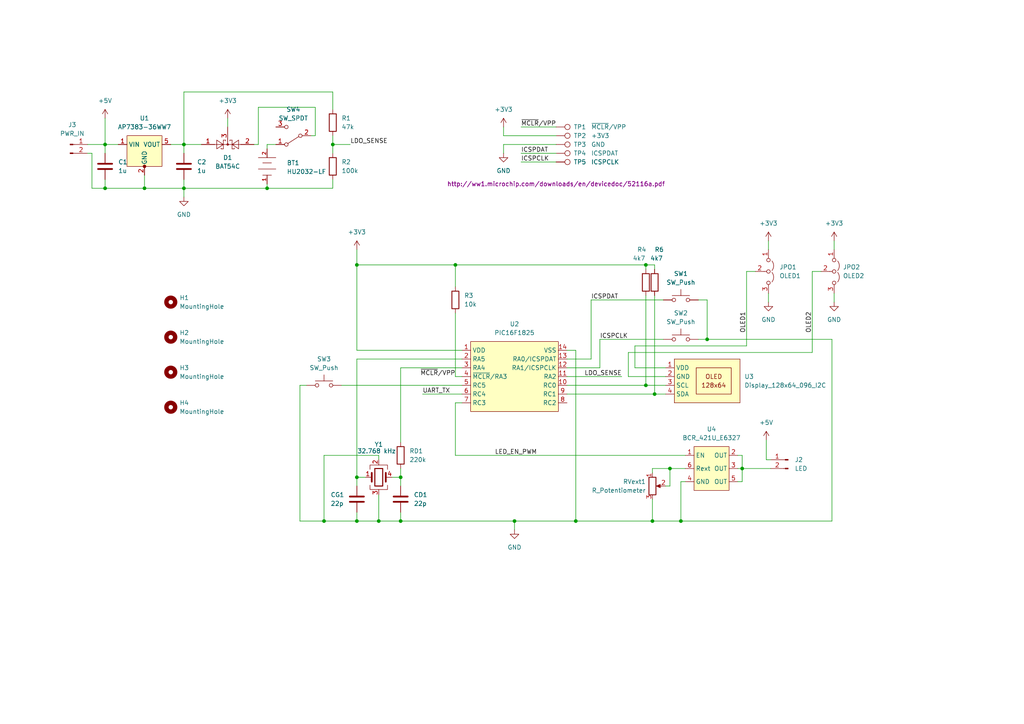
<source format=kicad_sch>
(kicad_sch (version 20211123) (generator eeschema)
  (paper "A4")
  (title_block (title "LED Timer") (date "2022-12-12") (rev "1.0") (company "github.com/tomikaa87"))
  (lib_symbols
    (symbol "Connector:Conn_01x02_Male" (pin_names (offset 1.016) hide)
      (property "Reference" "J" (at 0 2.54 0))
      (property "Value" "Conn_01x02_Male" (at 0 -5.08 0))
      (symbol "Conn_01x02_Male_1_1"
        (polyline (pts (xy 1.27 -2.54) (xy 0.8636 -2.54)) (stroke (width 0.1524)))
        (polyline (pts (xy 1.27 0) (xy 0.8636 0)) (stroke (width 0.1524)))
        (rectangle (start 0.8636 -2.413) (end 0 -2.667) (stroke (width 0.1524)) (fill (type outline)))
        (rectangle (start 0.8636 0.127) (end 0 -0.127) (stroke (width 0.1524)) (fill (type outline)))
        (pin passive line (at 5.08 0 180) (length 3.81) (name "Pin_1") (number "1"))
        (pin passive line (at 5.08 -2.54 180) (length 3.81) (name "Pin_2") (number "2"))
      )
    )
    (symbol "Connector:TestPoint" (pin_numbers hide) (pin_names (offset 0.762) hide)
      (property "Reference" "TP" (at 0 6.858 0))
      (property "Value" "TestPoint" (at 0 5.08 0))
      (symbol "TestPoint_0_1"
        (circle (center 0 3.302) (radius 0.762))
      )
      (symbol "TestPoint_1_1"
        (pin passive line (at 0 0 90) (length 2.54) (name "1") (number "1"))
      )
    )
    (symbol "Device:C" (pin_numbers hide) (pin_names (offset 0.254))
      (property "Reference" "C" (at 0.635 2.54 0))
      (property "Value" "C" (at 0.635 -2.54 0))
      (symbol "C_0_1"
        (polyline (pts (xy -2.032 -0.762) (xy 2.032 -0.762)) (stroke (width 0.508)))
        (polyline (pts (xy -2.032 0.762) (xy 2.032 0.762)) (stroke (width 0.508)))
      )
      (symbol "C_1_1"
        (pin passive line (at 0 3.81 270) (length 2.794) (name "~") (number "1"))
        (pin passive line (at 0 -3.81 90) (length 2.794) (name "~") (number "2"))
      )
    )
    (symbol "Device:Crystal_GND23" (pin_names (offset 1.016) hide)
      (property "Reference" "Y" (at 3.175 5.08 0))
      (property "Value" "Crystal_GND23" (at 3.175 3.175 0))
      (symbol "Crystal_GND23_0_1"
        (rectangle (start -1.143 2.54) (end 1.143 -2.54) (stroke (width 0.3048)))
        (polyline (pts (xy -2.54 0) (xy -2.032 0)))
        (polyline (pts (xy -2.032 -1.27) (xy -2.032 1.27)) (stroke (width 0.508)))
        (polyline (pts (xy 0 -3.81) (xy 0 -3.556)))
        (polyline (pts (xy 0 3.556) (xy 0 3.81)))
        (polyline (pts (xy 2.032 -1.27) (xy 2.032 1.27)) (stroke (width 0.508)))
        (polyline (pts (xy 2.032 0) (xy 2.54 0)))
        (polyline (pts (xy -2.54 -2.286) (xy -2.54 -3.556) (xy 2.54 -3.556) (xy 2.54 -2.286)))
        (polyline (pts (xy -2.54 2.286) (xy -2.54 3.556) (xy 2.54 3.556) (xy 2.54 2.286)))
      )
      (symbol "Crystal_GND23_1_1"
        (pin passive line (at -3.81 0 0) (length 1.27) (name "1") (number "1"))
        (pin passive line (at 0 5.08 270) (length 1.27) (name "2") (number "2"))
        (pin passive line (at 0 -5.08 90) (length 1.27) (name "3") (number "3"))
        (pin passive line (at 3.81 0 180) (length 1.27) (name "4") (number "4"))
      )
    )
    (symbol "Device:R" (pin_numbers hide) (pin_names (offset 0))
      (property "Reference" "R" (at 2.032 0 90))
      (property "Value" "R" (at 0 0 90))
      (symbol "R_0_1"
        (rectangle (start -1.016 -2.54) (end 1.016 2.54) (stroke (width 0.254)))
      )
      (symbol "R_1_1"
        (pin passive line (at 0 3.81 270) (length 1.27) (name "~") (number "1"))
        (pin passive line (at 0 -3.81 90) (length 1.27) (name "~") (number "2"))
      )
    )
    (symbol "Device:R_Potentiometer" (pin_names (offset 1.016) hide)
      (property "Reference" "RV" (at -4.445 0 90))
      (property "Value" "R_Potentiometer" (at -2.54 0 90))
      (symbol "R_Potentiometer_0_1"
        (polyline (pts (xy 2.54 0) (xy 1.524 0)))
        (polyline (pts (xy 1.143 0) (xy 2.286 0.508) (xy 2.286 -0.508) (xy 1.143 0)) (fill (type outline)))
        (rectangle (start 1.016 2.54) (end -1.016 -2.54) (stroke (width 0.254)))
      )
      (symbol "R_Potentiometer_1_1"
        (pin passive line (at 0 3.81 270) (length 1.27) (name "1") (number "1"))
        (pin passive line (at 3.81 0 180) (length 1.27) (name "2") (number "2"))
        (pin passive line (at 0 -3.81 90) (length 1.27) (name "3") (number "3"))
      )
    )
    (symbol "Diode:BAT54C" (pin_names (offset 1.016))
      (property "Reference" "D" (at 0.635 -3.81 0))
      (property "Value" "BAT54C" (at -6.35 3.175 0))
      (symbol "BAT54C_0_1"
        (polyline (pts (xy -1.905 0) (xy 1.905 0)))
        (polyline (pts (xy -1.905 1.27) (xy -1.905 1.016)))
        (polyline (pts (xy -1.27 -1.27) (xy -0.635 -1.27)))
        (polyline (pts (xy -1.27 0) (xy -3.81 0)))
        (polyline (pts (xy -1.27 1.27) (xy -1.905 1.27)))
        (polyline (pts (xy -1.27 1.27) (xy -1.27 -1.27)))
        (polyline (pts (xy -0.635 -1.27) (xy -0.635 -1.016)))
        (polyline (pts (xy 0.635 -1.27) (xy 0.635 -1.016)))
        (polyline (pts (xy 1.27 -1.27) (xy 0.635 -1.27)))
        (polyline (pts (xy 1.27 1.27) (xy 1.27 -1.27)))
        (polyline (pts (xy 1.27 1.27) (xy 1.905 1.27)))
        (polyline (pts (xy 1.905 1.27) (xy 1.905 1.016)))
        (polyline (pts (xy 3.81 0) (xy 1.27 0)))
        (polyline (pts (xy -3.175 -1.27) (xy -3.175 1.27) (xy -1.27 0) (xy -3.175 -1.27)))
        (polyline (pts (xy 3.175 -1.27) (xy 3.175 1.27) (xy 1.27 0) (xy 3.175 -1.27)))
        (circle (center 0 0) (radius 0.254) (fill (type outline)))
      )
      (symbol "BAT54C_1_1"
        (pin passive line (at -7.62 0 0) (length 3.81) (name "~") (number "1"))
        (pin passive line (at 7.62 0 180) (length 3.81) (name "~") (number "2"))
        (pin passive line (at 0 -5.08 90) (length 5.08) (name "~") (number "3"))
      )
    )
    (symbol "Jumper:Jumper_3_Open" (pin_names (offset 0) hide)
      (property "Reference" "JP" (at -2.54 -2.54 0))
      (property "Value" "Jumper_3_Open" (at 0 2.794 0))
      (symbol "Jumper_3_Open_0_0"
        (circle (center -3.302 0) (radius 0.508))
        (circle (center 0 0) (radius 0.508))
        (circle (center 3.302 0) (radius 0.508))
      )
      (symbol "Jumper_3_Open_0_1"
        (arc (start -0.254 1.016) (mid -1.651 1.4992) (end -3.048 1.016))
        (polyline (pts (xy 0 -0.508) (xy 0 -1.27)))
        (arc (start 3.048 1.016) (mid 1.651 1.4992) (end 0.254 1.016))
      )
      (symbol "Jumper_3_Open_1_1"
        (pin passive line (at -6.35 0 0) (length 2.54) (name "A") (number "1"))
        (pin passive line (at 0 -3.81 90) (length 2.54) (name "C") (number "2"))
        (pin passive line (at 6.35 0 180) (length 2.54) (name "B") (number "3"))
      )
    )
    (symbol "LEDTimer:AP7383-36WW7"
      (property "Reference" "U" (at -2.54 17.78 0))
      (property "Value" "AP7383-36WW7" (at -2.54 15.24 0))
      (symbol "AP7383-36WW7_0_1"
        (rectangle (start -7.62 13.97) (end 2.54 5.08) (fill (type background)))
        (rectangle (start -2.54 5.08) (end -2.54 5.08) (stroke (width 1)) (fill (type background)))
        (circle (center -2.54 5.08) (radius 0.0001))
      )
      (symbol "AP7383-36WW7_1_1"
        (pin power_in line (at -10.16 11.43 0) (length 2.54) (name "VIN") (number "1"))
        (pin power_out line (at -2.54 2.54 90) (length 2.54) (name "GND") (number "2"))
        (pin power_out line (at 5.08 11.43 180) (length 2.54) (name "VOUT") (number "5"))
      )
    )
    (symbol "LEDTimer:BCR_421U_E6327"
      (property "Reference" "U" (at -3.81 7.62 0))
      (property "Value" "BCR_421U_E6327" (at 0 -8.89 0))
      (symbol "BCR_421U_E6327_0_0"
        (rectangle (start -5.08 6.35) (end 5.08 -6.35) (fill (type background)))
      )
      (symbol "BCR_421U_E6327_1_1"
        (pin input line (at -7.62 3.81 0) (length 2.54) (name "EN") (number "1"))
        (pin power_out line (at 7.62 3.81 180) (length 2.54) (name "OUT") (number "2"))
        (pin power_out line (at 7.62 0 180) (length 2.54) (name "OUT") (number "3"))
        (pin power_out line (at -7.62 -3.81 0) (length 2.54) (name "GND") (number "4"))
        (pin power_out line (at 7.62 -3.81 180) (length 2.54) (name "OUT") (number "5"))
        (pin passive line (at -7.62 0 0) (length 2.54) (name "Rext") (number "6"))
      )
    )
    (symbol "LEDTimer:Display_128x64_096_I2C"
      (property "Reference" "U" (at -7.62 7.62 0))
      (property "Value" "Display_128x64_096_I2C" (at 1.27 -8.89 0))
      (symbol "Display_128x64_096_I2C_0_0"
        (text "128x64" (at 2.54 -1.27 0) (effects (font (size 1.27 1.27))))
        (text "OLED" (at 2.54 1.27 0) (effects (font (size 1.27 1.27))))
      )
      (symbol "Display_128x64_096_I2C_0_1"
        (rectangle (start -8.89 6.35) (end 10.16 -6.35) (fill (type background)))
        (rectangle (start -2.54 3.81) (end 7.62 -3.81))
      )
      (symbol "Display_128x64_096_I2C_1_1"
        (pin power_in line (at -11.43 3.81 0) (length 2.54) (name "VDD") (number "1"))
        (pin power_out line (at -11.43 1.27 0) (length 2.54) (name "GND") (number "2"))
        (pin bidirectional line (at -11.43 -1.27 0) (length 2.54) (name "SCL") (number "3"))
        (pin bidirectional line (at -11.43 -3.81 0) (length 2.54) (name "SDA") (number "4"))
      )
    )
    (symbol "LEDTimer:PIC16F1825"
      (property "Reference" "U" (at -11.43 11.43 0))
      (property "Value" "PIC16F1825" (at 6.35 11.43 0))
      (symbol "PIC16F1825_0_1"
        (rectangle (start -12.7 10.16) (end 12.7 -10.16) (fill (type background)))
      )
      (symbol "PIC16F1825_1_1"
        (pin input line (at -15.24 7.62 0) (length 2.54) (name "VDD") (number "1"))
        (pin bidirectional line (at 15.24 -2.54 180) (length 2.54) (name "RC0") (number "10"))
        (pin bidirectional line (at 15.24 0 180) (length 2.54) (name "RA2") (number "11"))
        (pin bidirectional line (at 15.24 2.54 180) (length 2.54) (name "RA1/ICSPCLK") (number "12"))
        (pin bidirectional line (at 15.24 5.08 180) (length 2.54) (name "RA0/ICSPDAT") (number "13"))
        (pin input line (at 15.24 7.62 180) (length 2.54) (name "VSS") (number "14"))
        (pin bidirectional line (at -15.24 5.08 0) (length 2.54) (name "RA5") (number "2"))
        (pin bidirectional line (at -15.24 2.54 0) (length 2.54) (name "RA4") (number "3"))
        (pin input line (at -15.24 0 0) (length 2.54) (name "~{MCLR}/RA3") (number "4"))
        (pin bidirectional line (at -15.24 -2.54 0) (length 2.54) (name "RC5") (number "5"))
        (pin bidirectional line (at -15.24 -5.08 0) (length 2.54) (name "RC4") (number "6"))
        (pin bidirectional line (at -15.24 -7.62 0) (length 2.54) (name "RC3") (number "7"))
        (pin bidirectional line (at 15.24 -7.62 180) (length 2.54) (name "RC2") (number "8"))
        (pin bidirectional line (at 15.24 -5.08 180) (length 2.54) (name "RC1") (number "9"))
      )
    )
    (symbol "Mechanical:MountingHole" (pin_names (offset 1.016))
      (property "Reference" "H" (at 0 5.08 0))
      (property "Value" "MountingHole" (at 0 3.175 0))
      (symbol "MountingHole_0_1"
        (circle (center 0 0) (radius 1.27) (stroke (width 1.27)))
      )
    )
    (symbol "Renata HU2032LF:HU2032-LF" (pin_names (offset 1.016))
      (property "Reference" "BT" (at 0 0 0))
      (property "Value" "HU2032-LF" (at 0 2.54 0))
      (symbol "HU2032-LF_1_0"
        (text "+" (at 2.54 -3.048 1) (effects (font (size 1.524 1.524))))
        (text "-" (at 3.81 -12.7 0) (effects (font (size 1.524 1.524))))
      )
      (symbol "HU2032-LF_1_1"
        (polyline (pts (xy 1.27 -10.16) (xy -1.27 -10.16)))
        (polyline (pts (xy 1.27 -6.604) (xy -1.27 -6.604)))
        (polyline (pts (xy 2.54 -8.382) (xy -2.54 -8.382)))
        (polyline (pts (xy 2.54 -5.08) (xy -2.54 -5.08)))
        (pin passive line (at 0 -12.7 90) (length 2.54) (name "CATHODE") (number "1"))
        (pin passive line (at 0 -2.54 270) (length 2.54) (name "ANODE") (number "2"))
      )
    )
    (symbol "Switch:SW_Push" (pin_numbers hide) (pin_names (offset 1.016) hide)
      (property "Reference" "SW" (at 1.27 2.54 0))
      (property "Value" "SW_Push" (at 0 -1.524 0))
      (symbol "SW_Push_0_1"
        (circle (center -2.032 0) (radius 0.508))
        (polyline (pts (xy 0 1.27) (xy 0 3.048)))
        (polyline (pts (xy 2.54 1.27) (xy -2.54 1.27)))
        (circle (center 2.032 0) (radius 0.508))
        (pin passive line (at -5.08 0 0) (length 2.54) (name "1") (number "1"))
        (pin passive line (at 5.08 0 180) (length 2.54) (name "2") (number "2"))
      )
    )
    (symbol "Switch:SW_SPDT" (pin_names (offset 0) hide)
      (property "Reference" "SW" (at 0 4.318 0))
      (property "Value" "SW_SPDT" (at 0 -5.08 0))
      (symbol "SW_SPDT_0_0"
        (circle (center -2.032 0) (radius 0.508))
        (circle (center 2.032 -2.54) (radius 0.508))
      )
      (symbol "SW_SPDT_0_1"
        (polyline (pts (xy -1.524 0.254) (xy 1.651 2.286)))
        (circle (center 2.032 2.54) (radius 0.508))
      )
      (symbol "SW_SPDT_1_1"
        (pin passive line (at 5.08 2.54 180) (length 2.54) (name "A") (number "1"))
        (pin passive line (at -5.08 0 0) (length 2.54) (name "B") (number "2"))
        (pin passive line (at 5.08 -2.54 180) (length 2.54) (name "C") (number "3"))
      )
    )
    (symbol "power:+3V3" (power) (pin_names (offset 0))
      (property "Value" "+3V3" (at 0 3.556 0))
      (symbol "+3V3_0_1"
        (polyline (pts (xy -0.762 1.27) (xy 0 2.54)))
        (polyline (pts (xy 0 0) (xy 0 2.54)))
        (polyline (pts (xy 0 2.54) (xy 0.762 1.27)))
      )
      (symbol "+3V3_1_1"
        (pin power_in line (at 0 0 90) (length 0) hide (name "+3V3") (number "1"))
      )
    )
    (symbol "power:+5V" (power) (pin_names (offset 0))
      (property "Value" "+5V" (at 0 3.556 0))
      (symbol "+5V_0_1"
        (polyline (pts (xy -0.762 1.27) (xy 0 2.54)))
        (polyline (pts (xy 0 0) (xy 0 2.54)))
        (polyline (pts (xy 0 2.54) (xy 0.762 1.27)))
      )
      (symbol "+5V_1_1"
        (pin power_in line (at 0 0 90) (length 0) hide (name "+5V") (number "1"))
      )
    )
    (symbol "power:GND" (power) (pin_names (offset 0))
      (property "Value" "GND" (at 0 -3.81 0))
      (symbol "GND_0_1"
        (polyline (pts (xy 0 0) (xy 0 -1.27) (xy 1.27 -1.27) (xy 0 -2.54) (xy -1.27 -1.27) (xy 0 -1.27)))
      )
      (symbol "GND_1_1"
        (pin power_in line (at 0 0 270) (length 0) hide (name "GND") (number "1"))
      )
    )
  )
  (junction (at 187.325 111.76))
  (junction (at 189.865 114.3))
  (junction (at 30.48 54.61))
  (junction (at 30.48 41.91))
  (junction (at 93.98 151.13))
  (junction (at 187.325 76.835))
  (junction (at 109.855 151.13))
  (junction (at 53.34 41.91))
  (junction (at 103.505 76.835))
  (junction (at 103.505 138.43))
  (junction (at 53.34 54.61))
  (junction (at 205.105 98.425))
  (junction (at 116.205 151.13))
  (junction (at 194.31 135.89))
  (junction (at 77.47 54.61))
  (junction (at 189.23 151.13))
  (junction (at 215.265 135.89))
  (junction (at 103.505 151.13))
  (junction (at 149.225 151.13))
  (junction (at 116.205 138.43))
  (junction (at 167.005 151.13))
  (junction (at 41.91 54.61))
  (junction (at 96.52 41.91))
  (junction (at 132.08 76.835))
  (junction (at 197.485 151.13))
  (wire (pts (xy 53.34 26.67) (xy 53.34 41.91)))
  (wire (pts (xy 74.93 41.91) (xy 73.66 41.91)))
  (wire (pts (xy 96.52 41.91) (xy 101.6 41.91)))
  (wire (pts (xy 116.205 151.13) (xy 149.225 151.13)))
  (wire (pts (xy 30.48 54.61) (xy 41.91 54.61)))
  (wire (pts (xy 96.52 26.67) (xy 53.34 26.67)))
  (wire (pts (xy 91.44 31.115) (xy 74.93 31.115)))
  (wire (pts (xy 132.08 76.835) (xy 132.08 83.185)))
  (wire (pts (xy 197.485 151.13) (xy 197.485 139.7)))
  (wire (pts (xy 241.3 98.425) (xy 241.3 151.13)))
  (wire (pts (xy 77.47 41.91) (xy 77.47 43.18)))
  (wire (pts (xy 88.9 111.76) (xy 86.995 111.76)))
  (wire (pts (xy 133.985 104.14) (xy 103.505 104.14)))
  (wire (pts (xy 198.755 135.89) (xy 194.31 135.89)))
  (wire (pts (xy 25.4 41.91) (xy 30.48 41.91)))
  (wire (pts (xy 99.06 111.76) (xy 133.985 111.76)))
  (wire (pts (xy 86.995 151.13) (xy 93.98 151.13)))
  (wire (pts (xy 146.05 41.91) (xy 161.29 41.91)))
  (wire (pts (xy 91.44 39.37) (xy 91.44 31.115)))
  (wire (pts (xy 164.465 101.6) (xy 167.005 101.6)))
  (wire (pts (xy 222.885 85.09) (xy 222.885 87.63)))
  (wire (pts (xy 53.34 41.91) (xy 58.42 41.91)))
  (wire (pts (xy 202.565 98.425) (xy 205.105 98.425)))
  (wire (pts (xy 132.08 90.805) (xy 132.08 109.22)))
  (wire (pts (xy 132.08 132.08) (xy 198.755 132.08)))
  (wire (pts (xy 113.665 138.43) (xy 116.205 138.43)))
  (wire (pts (xy 30.48 52.07) (xy 30.48 54.61)))
  (wire (pts (xy 53.34 52.07) (xy 53.34 54.61)))
  (wire (pts (xy 41.91 54.61) (xy 53.34 54.61)))
  (wire (pts (xy 205.105 98.425) (xy 241.3 98.425)))
  (wire (pts (xy 222.25 133.35) (xy 223.52 133.35)))
  (wire (pts (xy 189.23 135.89) (xy 189.23 137.16)))
  (wire (pts (xy 219.075 78.74) (xy 216.535 78.74)))
  (wire (pts (xy 93.98 132.08) (xy 93.98 151.13)))
  (wire (pts (xy 215.265 132.08) (xy 215.265 135.89)))
  (wire (pts (xy 30.48 34.29) (xy 30.48 41.91)))
  (wire (pts (xy 77.47 54.61) (xy 96.52 54.61)))
  (wire (pts (xy 53.34 54.61) (xy 53.34 57.15)))
  (wire (pts (xy 235.585 78.74) (xy 235.585 102.235)))
  (wire (pts (xy 187.325 76.835) (xy 189.865 76.835)))
  (wire (pts (xy 151.13 44.45) (xy 161.29 44.45)))
  (wire (pts (xy 86.995 111.76) (xy 86.995 151.13)))
  (wire (pts (xy 164.465 114.3) (xy 189.865 114.3)))
  (wire (pts (xy 80.01 41.91) (xy 77.47 41.91)))
  (wire (pts (xy 53.34 54.61) (xy 77.47 54.61)))
  (wire (pts (xy 189.23 151.13) (xy 197.485 151.13)))
  (wire (pts (xy 116.205 106.68) (xy 116.205 128.27)))
  (wire (pts (xy 53.34 41.91) (xy 53.34 44.45)))
  (wire (pts (xy 213.995 135.89) (xy 215.265 135.89)))
  (wire (pts (xy 187.325 85.725) (xy 187.325 111.76)))
  (wire (pts (xy 74.93 31.115) (xy 74.93 41.91)))
  (wire (pts (xy 164.465 109.22) (xy 180.34 109.22)))
  (wire (pts (xy 103.505 151.13) (xy 109.855 151.13)))
  (wire (pts (xy 182.245 102.235) (xy 182.245 109.22)))
  (wire (pts (xy 205.105 86.995) (xy 205.105 98.425)))
  (wire (pts (xy 238.125 78.74) (xy 235.585 78.74)))
  (wire (pts (xy 189.865 85.725) (xy 189.865 114.3)))
  (wire (pts (xy 164.465 104.14) (xy 171.45 104.14)))
  (wire (pts (xy 25.4 44.45) (xy 26.67 44.45)))
  (wire (pts (xy 146.05 41.91) (xy 146.05 44.45)))
  (wire (pts (xy 193.04 140.97) (xy 194.31 140.97)))
  (wire (pts (xy 90.17 39.37) (xy 91.44 39.37)))
  (wire (pts (xy 103.505 76.835) (xy 132.08 76.835)))
  (wire (pts (xy 103.505 138.43) (xy 103.505 140.97)))
  (wire (pts (xy 30.48 41.91) (xy 34.29 41.91)))
  (wire (pts (xy 109.855 143.51) (xy 109.855 151.13)))
  (wire (pts (xy 132.08 116.84) (xy 133.985 116.84)))
  (wire (pts (xy 164.465 111.76) (xy 187.325 111.76)))
  (wire (pts (xy 26.67 54.61) (xy 30.48 54.61)))
  (wire (pts (xy 241.935 85.09) (xy 241.935 87.63)))
  (wire (pts (xy 173.99 106.68) (xy 173.99 98.425)))
  (wire (pts (xy 193.04 106.68) (xy 184.15 106.68)))
  (wire (pts (xy 93.98 151.13) (xy 103.505 151.13)))
  (wire (pts (xy 109.855 132.08) (xy 93.98 132.08)))
  (wire (pts (xy 122.555 114.3) (xy 133.985 114.3)))
  (wire (pts (xy 173.99 98.425) (xy 192.405 98.425)))
  (wire (pts (xy 41.91 50.8) (xy 41.91 54.61)))
  (wire (pts (xy 194.31 140.97) (xy 194.31 135.89)))
  (wire (pts (xy 222.25 127.635) (xy 222.25 133.35)))
  (wire (pts (xy 149.225 151.13) (xy 149.225 153.67)))
  (wire (pts (xy 103.505 148.59) (xy 103.505 151.13)))
  (wire (pts (xy 116.205 138.43) (xy 116.205 140.97)))
  (wire (pts (xy 205.105 86.995) (xy 202.565 86.995)))
  (wire (pts (xy 167.005 101.6) (xy 167.005 151.13)))
  (wire (pts (xy 106.045 138.43) (xy 103.505 138.43)))
  (wire (pts (xy 30.48 41.91) (xy 30.48 44.45)))
  (wire (pts (xy 96.52 39.37) (xy 96.52 41.91)))
  (wire (pts (xy 103.505 101.6) (xy 133.985 101.6)))
  (wire (pts (xy 189.23 144.78) (xy 189.23 151.13)))
  (wire (pts (xy 182.245 109.22) (xy 193.04 109.22)))
  (wire (pts (xy 103.505 104.14) (xy 103.505 138.43)))
  (wire (pts (xy 187.325 76.835) (xy 187.325 78.105)))
  (wire (pts (xy 116.205 151.13) (xy 116.205 148.59)))
  (wire (pts (xy 167.005 151.13) (xy 149.225 151.13)))
  (wire (pts (xy 133.985 106.68) (xy 116.205 106.68)))
  (wire (pts (xy 77.47 53.34) (xy 77.47 54.61)))
  (wire (pts (xy 66.04 34.29) (xy 66.04 36.83)))
  (wire (pts (xy 215.265 135.89) (xy 223.52 135.89)))
  (wire (pts (xy 49.53 41.91) (xy 53.34 41.91)))
  (wire (pts (xy 146.05 39.37) (xy 146.05 36.83)))
  (wire (pts (xy 132.08 109.22) (xy 133.985 109.22)))
  (wire (pts (xy 103.505 76.835) (xy 103.505 101.6)))
  (wire (pts (xy 216.535 100.33) (xy 184.15 100.33)))
  (wire (pts (xy 213.995 139.7) (xy 215.265 139.7)))
  (wire (pts (xy 187.325 111.76) (xy 193.04 111.76)))
  (wire (pts (xy 171.45 104.14) (xy 171.45 86.995)))
  (wire (pts (xy 194.31 135.89) (xy 189.23 135.89)))
  (wire (pts (xy 151.13 46.99) (xy 161.29 46.99)))
  (wire (pts (xy 151.13 36.83) (xy 161.29 36.83)))
  (wire (pts (xy 132.08 76.835) (xy 187.325 76.835)))
  (wire (pts (xy 241.3 151.13) (xy 197.485 151.13)))
  (wire (pts (xy 26.67 44.45) (xy 26.67 54.61)))
  (wire (pts (xy 216.535 78.74) (xy 216.535 100.33)))
  (wire (pts (xy 164.465 106.68) (xy 173.99 106.68)))
  (wire (pts (xy 222.885 69.85) (xy 222.885 72.39)))
  (wire (pts (xy 213.995 132.08) (xy 215.265 132.08)))
  (wire (pts (xy 197.485 139.7) (xy 198.755 139.7)))
  (wire (pts (xy 132.08 132.08) (xy 132.08 116.84)))
  (wire (pts (xy 103.505 72.39) (xy 103.505 76.835)))
  (wire (pts (xy 167.005 151.13) (xy 189.23 151.13)))
  (wire (pts (xy 109.855 151.13) (xy 116.205 151.13)))
  (wire (pts (xy 189.865 114.3) (xy 193.04 114.3)))
  (wire (pts (xy 215.265 139.7) (xy 215.265 135.89)))
  (wire (pts (xy 96.52 41.91) (xy 96.52 44.45)))
  (wire (pts (xy 146.05 39.37) (xy 161.29 39.37)))
  (wire (pts (xy 241.935 69.85) (xy 241.935 72.39)))
  (wire (pts (xy 171.45 86.995) (xy 192.405 86.995)))
  (wire (pts (xy 184.15 100.33) (xy 184.15 106.68)))
  (wire (pts (xy 96.52 52.07) (xy 96.52 54.61)))
  (wire (pts (xy 235.585 102.235) (xy 182.245 102.235)))
  (wire (pts (xy 116.205 135.89) (xy 116.205 138.43)))
  (wire (pts (xy 96.52 31.75) (xy 96.52 26.67)))
  (wire (pts (xy 189.865 76.835) (xy 189.865 78.105)))
  (wire (pts (xy 109.855 133.35) (xy 109.855 132.08)))
  (label "~{MCLR}{slash}VPP" (at 132.08 109.22 180))
  (label "~{MCLR}{slash}VPP" (at 151.13 36.83 0))
  (label "LDO_SENSE" (at 180.34 109.22 180))
  (label "LED_EN_PWM" (at 143.51 132.08 0))
  (label "ICSPDAT" (at 151.13 44.45 0))
  (label "ICSPDAT" (at 171.45 86.995 0))
  (label "UART_TX" (at 122.555 114.3 0))
  (label "OLED1" (at 216.535 96.52 90))
  (label "LDO_SENSE" (at 101.6 41.91 0))
  (label "ICSPCLK" (at 173.99 98.425 0))
  (label "ICSPCLK" (at 151.13 46.99 0))
  (label "OLED2" (at 235.585 96.52 90))
  (symbol (lib_id "Mechanical:MountingHole") (at 49.53 97.79 0) (unit 1)
    (property "Reference" "H2" (at 52.07 96.5199 0) (effects (justify left)))
    (property "Value" "MountingHole" (at 52.07 99.0599 0) (effects (justify left)))
    (property "Footprint" "MountingHole:MountingHole_2.2mm_M2" (effects hide))
  )
  (symbol (lib_id "LEDTimer:Display_128x64_096_I2C") (at 204.47 110.49 0) (unit 1)
    (property "Reference" "U3" (at 215.9 109.2199 0) (effects (justify left)))
    (property "Value" "Display_128x64_096_I2C" (at 215.9 111.7599 0) (effects (justify left)))
    (property "Footprint" "LEDTimer:Display_128x64_096_I2C" (effects hide))
    (property "Datasheet" "https://cdn-shop.adafruit.com/datasheets/SSD1306.pdf" (effects hide))
  )
  (symbol (lib_id "power:GND") (at 222.885 87.63 0) (unit 1)
    (property "Reference" "#PWR0101" (effects hide))
    (property "Value" "GND" (at 222.885 92.71 0))
  )
  (symbol (lib_id "power:+3V3") (at 146.05 36.83 0) (unit 1)
    (property "Reference" "#PWR06" (effects hide))
    (property "Value" "+3V3" (at 146.05 31.75 0))
  )
  (symbol (lib_id "power:+3V3") (at 103.505 72.39 0) (unit 1)
    (property "Reference" "#PWR04" (effects hide))
    (property "Value" "+3V3" (at 103.505 67.31 0))
  )
  (symbol (lib_id "Connector:TestPoint") (at 161.29 44.45 270) (unit 1)
    (property "Reference" "TP4" (at 166.37 44.45 90) (effects (justify left)))
    (property "Value" "ICSPDAT" (at 171.45 44.4501 90) (effects (justify left)))
    (property "Footprint" "TestPoint:TestPoint_Pad_D1.5mm" (effects hide))
  )
  (symbol (lib_id "Mechanical:MountingHole") (at 49.53 107.95 0) (unit 1)
    (property "Reference" "H3" (at 52.07 106.6799 0) (effects (justify left)))
    (property "Value" "MountingHole" (at 52.07 109.2199 0) (effects (justify left)))
    (property "Footprint" "MountingHole:MountingHole_2.2mm_M2" (effects hide))
  )
  (symbol (lib_id "Jumper:Jumper_3_Open") (at 241.935 78.74 270) (unit 1)
    (property "Reference" "JPO2" (at 244.475 77.4699 90) (effects (justify left)))
    (property "Value" "OLED2" (at 244.475 80.0099 90) (effects (justify left)))
    (property "Footprint" "Jumper:SolderJumper-3_P1.3mm_Open_RoundedPad1.0x1.5mm" (effects hide))
  )
  (symbol (lib_id "Connector:Conn_01x02_Male") (at 20.32 41.91 0) (unit 1)
    (property "Reference" "J3" (at 20.955 36.195 0))
    (property "Value" "PWR_IN" (at 20.955 38.735 0))
    (property "Footprint" "Connector_PinHeader_2.54mm:PinHeader_1x02_P2.54mm_Horizontal" (effects hide))
  )
  (symbol (lib_id "Switch:SW_Push") (at 197.485 86.995 0) (mirror y) (unit 1)
    (property "Reference" "SW1" (at 197.485 79.375 0))
    (property "Value" "SW_Push" (at 197.485 81.915 0))
    (property "Footprint" "LEDTimer:EVQ9P701P" (effects hide))
  )
  (symbol (lib_id "Mechanical:MountingHole") (at 49.53 87.63 0) (unit 1)
    (property "Reference" "H1" (at 52.07 86.3599 0) (effects (justify left)))
    (property "Value" "MountingHole" (at 52.07 88.8999 0) (effects (justify left)))
    (property "Footprint" "MountingHole:MountingHole_2.2mm_M2" (effects hide))
  )
  (symbol (lib_id "Device:R") (at 132.08 86.995 0) (unit 1)
    (property "Reference" "R3" (at 134.62 85.7249 0) (effects (justify left)))
    (property "Value" "10k" (at 134.62 88.2649 0) (effects (justify left)))
    (property "Footprint" "Resistor_SMD:R_0805_2012Metric_Pad1.20x1.40mm_HandSolder" (effects hide))
  )
  (symbol (lib_id "Mechanical:MountingHole") (at 49.53 118.11 0) (unit 1)
    (property "Reference" "H4" (at 52.07 116.8399 0) (effects (justify left)))
    (property "Value" "MountingHole" (at 52.07 119.3799 0) (effects (justify left)))
    (property "Footprint" "MountingHole:MountingHole_2.2mm_M2" (effects hide))
  )
  (symbol (lib_id "power:+3V3") (at 241.935 69.85 0) (unit 1)
    (property "Reference" "#PWR0104" (effects hide))
    (property "Value" "+3V3" (at 241.935 64.77 0))
  )
  (symbol (lib_id "Device:R") (at 187.325 81.915 0) (unit 1)
    (property "Reference" "R4" (at 184.785 72.39 0) (effects (justify left)))
    (property "Value" "4k7" (at 183.515 74.93 0) (effects (justify left)))
    (property "Footprint" "Resistor_SMD:R_0805_2012Metric_Pad1.20x1.40mm_HandSolder" (effects hide))
  )
  (symbol (lib_id "Connector:Conn_01x02_Male") (at 228.6 133.35 0) (mirror y) (unit 1)
    (property "Reference" "J2" (at 230.505 133.3499 0) (effects (justify right)))
    (property "Value" "LED" (at 230.505 135.8899 0) (effects (justify right)))
    (property "Footprint" "Connector_PinHeader_2.54mm:PinHeader_1x02_P2.54mm_Horizontal" (effects hide))
  )
  (symbol (lib_id "power:GND") (at 241.935 87.63 0) (unit 1)
    (property "Reference" "#PWR0102" (effects hide))
    (property "Value" "GND" (at 241.935 92.71 0))
  )
  (symbol (lib_id "power:GND") (at 146.05 44.45 0) (unit 1)
    (property "Reference" "#PWR07" (effects hide))
    (property "Value" "GND" (at 146.05 49.53 0))
  )
  (symbol (lib_id "LEDTimer:AP7383-36WW7") (at 44.45 53.34 0) (unit 1)
    (property "Reference" "U1" (at 41.91 34.29 0))
    (property "Value" "AP7383-36WW7" (at 41.91 36.83 0))
    (property "Footprint" "Package_TO_SOT_SMD:SOT-23-5" (effects hide))
    (property "Datasheet" "https://4donline.ihs.com/images/VipMasterIC/IC/DIOD/DIOD-S-A0009691348/DIOD-S-A0009865516-1.pdf?hkey=52A5661711E402568146F3353EA87419" (effects hide))
  )
  (symbol (lib_id "Device:R") (at 189.865 81.915 0) (unit 1)
    (property "Reference" "R6" (at 189.865 72.39 0) (effects (justify left)))
    (property "Value" "4k7" (at 188.595 74.93 0) (effects (justify left)))
    (property "Footprint" "Resistor_SMD:R_0805_2012Metric_Pad1.20x1.40mm_HandSolder" (effects hide))
  )
  (symbol (lib_id "Switch:SW_Push") (at 197.485 98.425 0) (mirror y) (unit 1)
    (property "Reference" "SW2" (at 197.485 90.805 0))
    (property "Value" "SW_Push" (at 197.485 93.345 0))
    (property "Footprint" "LEDTimer:EVQ9P701P" (effects hide))
  )
  (symbol (lib_id "Device:Crystal_GND23") (at 109.855 138.43 0) (unit 1)
    (property "Reference" "Y1" (at 109.855 128.905 0))
    (property "Value" "32.768 kHz" (at 109.22 130.81 0))
    (property "Footprint" "Crystal:Crystal_SMD_Abracon_ABS25-4Pin_8.0x3.8mm" (effects hide))
    (property "Datasheet" "https://datasheet.lcsc.com/lcsc/1811061732_TAE-Zhejiang-Abel-Elec-TAXM32768K4JGDCZT3T_C145166.pdf" (effects hide))
  )
  (symbol (lib_id "Device:C") (at 116.205 144.78 0) (unit 1)
    (property "Reference" "CD1" (at 120.015 143.5099 0) (effects (justify left)))
    (property "Value" "22p" (at 120.015 146.0499 0) (effects (justify left)))
    (property "Footprint" "Capacitor_SMD:C_0805_2012Metric_Pad1.18x1.45mm_HandSolder" (effects hide))
  )
  (symbol (lib_id "Device:R") (at 96.52 48.26 0) (unit 1)
    (property "Reference" "R2" (at 99.06 46.9899 0) (effects (justify left)))
    (property "Value" "100k" (at 99.06 49.5299 0) (effects (justify left)))
    (property "Footprint" "Resistor_SMD:R_0805_2012Metric_Pad1.20x1.40mm_HandSolder" (effects hide))
  )
  (symbol (lib_id "Connector:TestPoint") (at 161.29 46.99 270) (unit 1)
    (property "Reference" "TP5" (at 166.37 46.99 90) (effects (justify left)))
    (property "Value" "ICSPCLK" (at 171.45 46.9901 90) (effects (justify left)))
    (property "Footprint" "TestPoint:TestPoint_Pad_D1.5mm" (effects hide))
    (property "Datasheet" "http://ww1.microchip.com/downloads/en/devicedoc/52116a.pdf" (at 161.29 53.34 90))
  )
  (symbol (lib_id "Device:C") (at 30.48 48.26 0) (unit 1)
    (property "Reference" "C1" (at 34.29 46.9899 0) (effects (justify left)))
    (property "Value" "1u" (at 34.29 49.5299 0) (effects (justify left)))
    (property "Footprint" "Capacitor_SMD:C_0805_2012Metric_Pad1.18x1.45mm_HandSolder" (effects hide))
  )
  (symbol (lib_id "Device:C") (at 103.505 144.78 0) (unit 1)
    (property "Reference" "CG1" (at 95.885 143.51 0) (effects (justify left)))
    (property "Value" "22p" (at 95.885 146.05 0) (effects (justify left)))
    (property "Footprint" "Capacitor_SMD:C_0805_2012Metric_Pad1.18x1.45mm_HandSolder" (effects hide))
  )
  (symbol (lib_id "Renata HU2032LF:HU2032-LF") (at 77.47 40.64 0) (unit 1)
    (property "Reference" "BT1" (at 83.185 47.243 0) (effects (justify left)))
    (property "Value" "HU2032-LF" (at 83.185 49.783 0) (effects (justify left)))
    (property "Footprint" "Renata HU2032LF:Renata-HU2032-LF-0-0-0" (effects hide))
    (property "Datasheet" "http://www.renata.com/fileadmin/downloads/productsheets/battery_holders/HU2032-LF.pdf" (effects hide))
    (property "category" "Batt" (effects hide))
    (property "device class L1" "unset" (effects hide))
    (property "device class L2" "unset" (effects hide))
    (property "device class L3" "unset" (effects hide))
    (property "height" "5.35mm" (effects hide))
    (property "ipc land pattern name" "CAPAD1016W80L630D240" (effects hide))
    (property "lead free" "yes" (effects hide))
    (property "library id" "becd477f1eeb5d71" (effects hide))
    (property "manufacturer" "Renata" (effects hide))
    (property "mouser description" "Coin Cell Battery Holders THRU HOLE FOR CR2032" (effects hide))
    (property "mouser part number" "614-HU2032-LF" (effects hide))
    (property "package" "PTH2" (effects hide))
    (property "rohs" "yes" (effects hide))
    (property "standoff height" "0mm" (effects hide))
    (property "temperature range high" "+100°C" (effects hide))
    (property "temperature range low" "-40°C" (effects hide))
  )
  (symbol (lib_id "Device:C") (at 53.34 48.26 0) (unit 1)
    (property "Reference" "C2" (at 57.15 46.9899 0) (effects (justify left)))
    (property "Value" "1u" (at 57.15 49.5299 0) (effects (justify left)))
    (property "Footprint" "Capacitor_SMD:C_0805_2012Metric_Pad1.18x1.45mm_HandSolder" (effects hide))
  )
  (symbol (lib_id "power:+3V3") (at 222.885 69.85 0) (unit 1)
    (property "Reference" "#PWR0103" (effects hide))
    (property "Value" "+3V3" (at 222.885 64.77 0))
  )
  (symbol (lib_id "LEDTimer:PIC16F1825") (at 149.225 109.22 0) (unit 1)
    (property "Reference" "U2" (at 149.225 93.98 0))
    (property "Value" "PIC16F1825" (at 149.225 96.52 0))
    (property "Footprint" "Package_SO:SOIC-14_3.9x8.7mm_P1.27mm" (effects hide))
    (property "Datasheet" "http://ww1.microchip.com/downloads/en/devicedoc/41440a.pdf" (effects hide))
  )
  (symbol (lib_id "Device:R") (at 96.52 35.56 0) (unit 1)
    (property "Reference" "R1" (at 99.06 34.2899 0) (effects (justify left)))
    (property "Value" "47k" (at 99.06 36.8299 0) (effects (justify left)))
    (property "Footprint" "Resistor_SMD:R_0805_2012Metric_Pad1.20x1.40mm_HandSolder" (effects hide))
  )
  (symbol (lib_id "power:GND") (at 149.225 153.67 0) (unit 1)
    (property "Reference" "#PWR05" (effects hide))
    (property "Value" "GND" (at 149.225 158.75 0))
  )
  (symbol (lib_id "power:+5V") (at 30.48 34.29 0) (unit 1)
    (property "Reference" "#PWR01" (effects hide))
    (property "Value" "+5V" (at 30.48 29.21 0))
  )
  (symbol (lib_id "Jumper:Jumper_3_Open") (at 222.885 78.74 270) (unit 1)
    (property "Reference" "JPO1" (at 226.06 77.4699 90) (effects (justify left)))
    (property "Value" "OLED1" (at 226.06 80.0099 90) (effects (justify left)))
    (property "Footprint" "Jumper:SolderJumper-3_P1.3mm_Open_RoundedPad1.0x1.5mm" (effects hide))
  )
  (symbol (lib_id "power:+3V3") (at 66.04 34.29 0) (unit 1)
    (property "Reference" "#PWR03" (effects hide))
    (property "Value" "+3V3" (at 66.04 29.21 0))
  )
  (symbol (lib_id "Device:R_Potentiometer") (at 189.23 140.97 0) (unit 1)
    (property "Reference" "RVext1" (at 187.325 139.6999 0) (effects (justify right)))
    (property "Value" "R_Potentiometer" (at 187.325 142.2399 0) (effects (justify right)))
    (property "Footprint" "Potentiometer_SMD:Potentiometer_Vishay_TS53YJ_Vertical" (effects hide))
  )
  (symbol (lib_id "Connector:TestPoint") (at 161.29 36.83 270) (unit 1)
    (property "Reference" "TP1" (at 166.37 36.83 90) (effects (justify left)))
    (property "Value" "~{MCLR}/VPP" (at 171.45 36.8301 90) (effects (justify left)))
    (property "Footprint" "TestPoint:TestPoint_Pad_D1.5mm" (effects hide))
  )
  (symbol (lib_id "Connector:TestPoint") (at 161.29 39.37 270) (unit 1)
    (property "Reference" "TP2" (at 166.37 39.37 90) (effects (justify left)))
    (property "Value" "+3V3" (at 171.45 39.3701 90) (effects (justify left)))
    (property "Footprint" "TestPoint:TestPoint_Pad_D1.5mm" (effects hide))
  )
  (symbol (lib_id "LEDTimer:BCR_421U_E6327") (at 206.375 135.89 0) (unit 1)
    (property "Reference" "U4" (at 206.375 124.46 0))
    (property "Value" "BCR_421U_E6327" (at 206.375 127 0))
    (property "Footprint" "Package_SO:SC-74-6_1.5x2.9mm_P0.95mm" (effects hide))
    (property "Datasheet" "https://4donline.ihs.com/images/VipMasterIC/IC/INFN/INFN-S-A0000798853/INFN-S-A0000798853-1.pdf?hkey=6D3A4C79FDBF58556ACFDE234799DDF0" (effects hide))
  )
  (symbol (lib_id "Switch:SW_Push") (at 93.98 111.76 0) (unit 1)
    (property "Reference" "SW3" (at 93.98 104.14 0))
    (property "Value" "SW_Push" (at 93.98 106.68 0))
    (property "Footprint" "LEDTimer:EVQ9P701P" (effects hide))
  )
  (symbol (lib_id "Switch:SW_SPDT") (at 85.09 39.37 180) (unit 1)
    (property "Reference" "SW4" (at 85.09 31.75 0))
    (property "Value" "SW_SPDT" (at 85.09 34.29 0))
    (property "Footprint" "SPDT Switch:1825232-1" (effects hide))
  )
  (symbol (lib_id "Device:R") (at 116.205 132.08 0) (unit 1)
    (property "Reference" "RD1" (at 118.745 130.8099 0) (effects (justify left)))
    (property "Value" "220k" (at 118.745 133.3499 0) (effects (justify left)))
    (property "Footprint" "Resistor_SMD:R_0805_2012Metric_Pad1.20x1.40mm_HandSolder" (effects hide))
  )
  (symbol (lib_id "power:+5V") (at 222.25 127.635 0) (unit 1)
    (property "Reference" "#PWR08" (effects hide))
    (property "Value" "+5V" (at 222.25 122.555 0))
  )
  (symbol (lib_id "power:GND") (at 53.34 57.15 0) (unit 1)
    (property "Reference" "#PWR02" (effects hide))
    (property "Value" "GND" (at 53.34 62.23 0))
  )
  (symbol (lib_id "Connector:TestPoint") (at 161.29 41.91 270) (unit 1)
    (property "Reference" "TP3" (at 166.37 41.91 90) (effects (justify left)))
    (property "Value" "GND" (at 171.45 41.9101 90) (effects (justify left)))
    (property "Footprint" "TestPoint:TestPoint_Pad_D1.5mm" (effects hide))
  )
  (symbol (lib_id "Diode:BAT54C") (at 66.04 41.91 0) (mirror x) (unit 1)
    (property "Reference" "D1" (at 66.04 45.72 0))
    (property "Value" "BAT54C" (at 66.04 48.26 0))
    (property "Footprint" "Package_TO_SOT_SMD:SOT-416" (effects hide))
    (property "Datasheet" "http://www.diodes.com/_files/datasheets/ds11005.pdf" (effects hide))
  )
)
</source>
